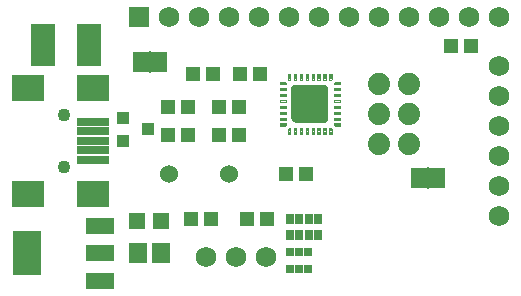
<source format=gts>
G75*
G70*
%OFA0B0*%
%FSLAX24Y24*%
%IPPOS*%
%LPD*%
%AMOC8*
5,1,8,0,0,1.08239X$1,22.5*
%
%ADD10R,0.0513X0.0474*%
%ADD11C,0.0197*%
%ADD12C,0.0040*%
%ADD13R,0.0580X0.0580*%
%ADD14R,0.0434X0.0395*%
%ADD15R,0.0828X0.1419*%
%ADD16R,0.1064X0.0277*%
%ADD17R,0.1064X0.0867*%
%ADD18C,0.0434*%
%ADD19C,0.0600*%
%ADD20R,0.0540X0.0710*%
%ADD21R,0.0060X0.0720*%
%ADD22R,0.0680X0.0680*%
%ADD23C,0.0680*%
%ADD24R,0.0277X0.0316*%
%ADD25R,0.0316X0.0316*%
%ADD26R,0.0277X0.0336*%
%ADD27R,0.0592X0.0671*%
%ADD28C,0.0740*%
%ADD29R,0.0960X0.0560*%
%ADD30R,0.0946X0.1497*%
D10*
X007158Y002930D03*
X007827Y002930D03*
X009033Y002930D03*
X009702Y002930D03*
X010345Y004430D03*
X011015Y004430D03*
X008765Y005755D03*
X008095Y005755D03*
X007065Y005755D03*
X006395Y005755D03*
X006395Y006680D03*
X007065Y006680D03*
X008095Y006680D03*
X008765Y006680D03*
X008814Y007780D03*
X009483Y007780D03*
X007890Y007780D03*
X007220Y007780D03*
X015845Y008705D03*
X016515Y008705D03*
D11*
X011652Y007302D02*
X011652Y006258D01*
X010667Y006258D01*
X010608Y006317D01*
X010608Y007302D01*
X011652Y007302D01*
X011652Y007267D02*
X010608Y007267D01*
X010608Y007072D02*
X011652Y007072D01*
X011652Y006877D02*
X010608Y006877D01*
X010608Y006681D02*
X011652Y006681D01*
X011652Y006486D02*
X010608Y006486D01*
X010635Y006291D02*
X011652Y006291D01*
D12*
X011937Y006282D02*
X012134Y006282D01*
X012134Y006249D02*
X012134Y006327D01*
X011937Y006327D01*
X011937Y006249D01*
X012134Y006249D01*
X012134Y006321D02*
X011937Y006321D01*
X011937Y006130D02*
X012134Y006130D01*
X012134Y006052D01*
X011957Y006052D01*
X011937Y006071D01*
X011937Y006130D01*
X011937Y006128D02*
X012134Y006128D01*
X012134Y006090D02*
X011937Y006090D01*
X011839Y005973D02*
X011780Y005973D01*
X011780Y005776D01*
X011858Y005776D01*
X011858Y005953D01*
X011839Y005973D01*
X011858Y005936D02*
X011780Y005936D01*
X011780Y005897D02*
X011858Y005897D01*
X011858Y005859D02*
X011780Y005859D01*
X011780Y005820D02*
X011858Y005820D01*
X011858Y005782D02*
X011780Y005782D01*
X011661Y005782D02*
X011583Y005782D01*
X011583Y005776D02*
X011661Y005776D01*
X011661Y005973D01*
X011583Y005973D01*
X011583Y005776D01*
X011583Y005820D02*
X011661Y005820D01*
X011661Y005859D02*
X011583Y005859D01*
X011583Y005897D02*
X011661Y005897D01*
X011661Y005936D02*
X011583Y005936D01*
X011465Y005936D02*
X011386Y005936D01*
X011386Y005973D02*
X011465Y005973D01*
X011465Y005776D01*
X011386Y005776D01*
X011386Y005973D01*
X011386Y005897D02*
X011465Y005897D01*
X011465Y005859D02*
X011386Y005859D01*
X011386Y005820D02*
X011465Y005820D01*
X011465Y005782D02*
X011386Y005782D01*
X011268Y005782D02*
X011189Y005782D01*
X011189Y005776D02*
X011268Y005776D01*
X011268Y005973D01*
X011189Y005973D01*
X011189Y005776D01*
X011189Y005820D02*
X011268Y005820D01*
X011268Y005859D02*
X011189Y005859D01*
X011189Y005897D02*
X011268Y005897D01*
X011268Y005936D02*
X011189Y005936D01*
X011071Y005936D02*
X010992Y005936D01*
X010992Y005973D02*
X011071Y005973D01*
X011071Y005776D01*
X010992Y005776D01*
X010992Y005973D01*
X010992Y005897D02*
X011071Y005897D01*
X011071Y005859D02*
X010992Y005859D01*
X010992Y005820D02*
X011071Y005820D01*
X011071Y005782D02*
X010992Y005782D01*
X010874Y005782D02*
X010795Y005782D01*
X010795Y005776D02*
X010874Y005776D01*
X010874Y005973D01*
X010795Y005973D01*
X010795Y005776D01*
X010795Y005820D02*
X010874Y005820D01*
X010874Y005859D02*
X010795Y005859D01*
X010795Y005897D02*
X010874Y005897D01*
X010874Y005936D02*
X010795Y005936D01*
X010677Y005936D02*
X010599Y005936D01*
X010599Y005973D02*
X010677Y005973D01*
X010677Y005776D01*
X010599Y005776D01*
X010599Y005973D01*
X010599Y005897D02*
X010677Y005897D01*
X010677Y005859D02*
X010599Y005859D01*
X010599Y005820D02*
X010677Y005820D01*
X010677Y005782D02*
X010599Y005782D01*
X010480Y005782D02*
X010402Y005782D01*
X010402Y005776D02*
X010480Y005776D01*
X010480Y005973D01*
X010421Y005973D01*
X010402Y005953D01*
X010402Y005776D01*
X010402Y005820D02*
X010480Y005820D01*
X010480Y005859D02*
X010402Y005859D01*
X010402Y005897D02*
X010480Y005897D01*
X010480Y005936D02*
X010402Y005936D01*
X010303Y006052D02*
X010323Y006071D01*
X010323Y006130D01*
X010126Y006130D01*
X010126Y006052D01*
X010303Y006052D01*
X010323Y006090D02*
X010126Y006090D01*
X010126Y006128D02*
X010323Y006128D01*
X010323Y006249D02*
X010126Y006249D01*
X010126Y006327D01*
X010323Y006327D01*
X010323Y006249D01*
X010323Y006282D02*
X010126Y006282D01*
X010126Y006321D02*
X010323Y006321D01*
X010323Y006445D02*
X010126Y006445D01*
X010126Y006524D01*
X010323Y006524D01*
X010323Y006445D01*
X010323Y006475D02*
X010126Y006475D01*
X010126Y006513D02*
X010323Y006513D01*
X010323Y006642D02*
X010126Y006642D01*
X010126Y006721D01*
X010323Y006721D01*
X010323Y006642D01*
X010323Y006667D02*
X010126Y006667D01*
X010126Y006706D02*
X010323Y006706D01*
X010323Y006839D02*
X010126Y006839D01*
X010126Y006918D01*
X010323Y006918D01*
X010323Y006839D01*
X010323Y006860D02*
X010126Y006860D01*
X010126Y006898D02*
X010323Y006898D01*
X010323Y007036D02*
X010126Y007036D01*
X010126Y007115D01*
X010323Y007115D01*
X010323Y007036D01*
X010323Y007052D02*
X010126Y007052D01*
X010126Y007091D02*
X010323Y007091D01*
X010323Y007233D02*
X010126Y007233D01*
X010126Y007311D01*
X010323Y007311D01*
X010323Y007233D01*
X010323Y007245D02*
X010126Y007245D01*
X010126Y007283D02*
X010323Y007283D01*
X010323Y007430D02*
X010126Y007430D01*
X010126Y007508D01*
X010303Y007508D01*
X010323Y007489D01*
X010323Y007430D01*
X010323Y007437D02*
X010126Y007437D01*
X010126Y007476D02*
X010323Y007476D01*
X010421Y007587D02*
X010480Y007587D01*
X010480Y007784D01*
X010402Y007784D01*
X010402Y007607D01*
X010421Y007587D01*
X010417Y007591D02*
X010480Y007591D01*
X010480Y007630D02*
X010402Y007630D01*
X010402Y007668D02*
X010480Y007668D01*
X010480Y007707D02*
X010402Y007707D01*
X010402Y007745D02*
X010480Y007745D01*
X010480Y007784D02*
X010402Y007784D01*
X010599Y007784D02*
X010677Y007784D01*
X010599Y007784D01*
X010599Y007587D01*
X010677Y007587D01*
X010677Y007784D01*
X010677Y007745D02*
X010599Y007745D01*
X010599Y007707D02*
X010677Y007707D01*
X010677Y007668D02*
X010599Y007668D01*
X010599Y007630D02*
X010677Y007630D01*
X010677Y007591D02*
X010599Y007591D01*
X010795Y007591D02*
X010874Y007591D01*
X010874Y007587D02*
X010795Y007587D01*
X010795Y007784D01*
X010874Y007784D01*
X010874Y007587D01*
X010874Y007630D02*
X010795Y007630D01*
X010795Y007668D02*
X010874Y007668D01*
X010874Y007707D02*
X010795Y007707D01*
X010795Y007745D02*
X010874Y007745D01*
X010874Y007784D02*
X010795Y007784D01*
X010992Y007784D02*
X011071Y007784D01*
X010992Y007784D01*
X010992Y007587D01*
X011071Y007587D01*
X011071Y007784D01*
X011071Y007745D02*
X010992Y007745D01*
X010992Y007707D02*
X011071Y007707D01*
X011071Y007668D02*
X010992Y007668D01*
X010992Y007630D02*
X011071Y007630D01*
X011071Y007591D02*
X010992Y007591D01*
X011189Y007591D02*
X011268Y007591D01*
X011268Y007587D02*
X011189Y007587D01*
X011189Y007784D01*
X011268Y007784D01*
X011268Y007587D01*
X011268Y007630D02*
X011189Y007630D01*
X011189Y007668D02*
X011268Y007668D01*
X011268Y007707D02*
X011189Y007707D01*
X011189Y007745D02*
X011268Y007745D01*
X011268Y007784D02*
X011189Y007784D01*
X011386Y007784D02*
X011465Y007784D01*
X011386Y007784D01*
X011386Y007587D01*
X011465Y007587D01*
X011465Y007784D01*
X011465Y007745D02*
X011386Y007745D01*
X011386Y007707D02*
X011465Y007707D01*
X011465Y007668D02*
X011386Y007668D01*
X011386Y007630D02*
X011465Y007630D01*
X011465Y007591D02*
X011386Y007591D01*
X011583Y007591D02*
X011661Y007591D01*
X011661Y007587D02*
X011583Y007587D01*
X011583Y007784D01*
X011661Y007784D01*
X011661Y007587D01*
X011661Y007630D02*
X011583Y007630D01*
X011583Y007668D02*
X011661Y007668D01*
X011661Y007707D02*
X011583Y007707D01*
X011583Y007745D02*
X011661Y007745D01*
X011661Y007784D02*
X011583Y007784D01*
X011780Y007784D02*
X011858Y007784D01*
X011780Y007784D01*
X011780Y007587D01*
X011839Y007587D01*
X011858Y007607D01*
X011858Y007784D01*
X011858Y007745D02*
X011780Y007745D01*
X011780Y007707D02*
X011858Y007707D01*
X011858Y007668D02*
X011780Y007668D01*
X011780Y007630D02*
X011858Y007630D01*
X011843Y007591D02*
X011780Y007591D01*
X011937Y007489D02*
X011937Y007430D01*
X012134Y007430D01*
X012134Y007508D01*
X011957Y007508D01*
X011937Y007489D01*
X011937Y007476D02*
X012134Y007476D01*
X012134Y007437D02*
X011937Y007437D01*
X011937Y007311D02*
X012134Y007311D01*
X012134Y007233D01*
X011937Y007233D01*
X011937Y007311D01*
X011937Y007283D02*
X012134Y007283D01*
X012134Y007245D02*
X011937Y007245D01*
X011937Y007115D02*
X012134Y007115D01*
X012134Y007036D01*
X011937Y007036D01*
X011937Y007115D01*
X011937Y007091D02*
X012134Y007091D01*
X012134Y007052D02*
X011937Y007052D01*
X011937Y006918D02*
X012134Y006918D01*
X012134Y006839D01*
X011937Y006839D01*
X011937Y006918D01*
X011937Y006898D02*
X012134Y006898D01*
X012134Y006860D02*
X011937Y006860D01*
X011937Y006721D02*
X012134Y006721D01*
X012134Y006642D01*
X011937Y006642D01*
X011937Y006721D01*
X011937Y006706D02*
X012134Y006706D01*
X012134Y006667D02*
X011937Y006667D01*
X011937Y006524D02*
X012134Y006524D01*
X012134Y006445D01*
X011937Y006445D01*
X011937Y006524D01*
X011937Y006513D02*
X012134Y006513D01*
X012134Y006475D02*
X011937Y006475D01*
D13*
X006180Y002868D03*
X005380Y002868D03*
D14*
X004911Y005556D03*
X005738Y005930D03*
X004911Y006304D03*
D15*
X003760Y008742D03*
X002225Y008742D03*
D16*
X003914Y006185D03*
X003914Y005870D03*
X003914Y005555D03*
X003914Y005240D03*
X003914Y004925D03*
D17*
X003914Y003783D03*
X001749Y003783D03*
X001749Y007327D03*
X003914Y007327D03*
D18*
X002930Y006421D03*
X002930Y004689D03*
D19*
X006430Y004430D03*
X008430Y004430D03*
D20*
X006105Y008180D03*
X005505Y008180D03*
X014755Y004305D03*
X015355Y004305D03*
D21*
X015055Y004305D03*
X005805Y008180D03*
D22*
X005430Y009680D03*
D23*
X006430Y009680D03*
X007430Y009680D03*
X008430Y009680D03*
X009430Y009680D03*
X010430Y009680D03*
X011430Y009680D03*
X012430Y009680D03*
X013430Y009680D03*
X014430Y009680D03*
X015430Y009680D03*
X016430Y009680D03*
X017430Y009680D03*
X017430Y008055D03*
X017430Y007055D03*
X017430Y006055D03*
X017430Y005055D03*
X017430Y004055D03*
X017430Y003055D03*
X009680Y001680D03*
X008680Y001680D03*
X007680Y001680D03*
D24*
X010478Y001831D03*
X011068Y001831D03*
X011068Y001279D03*
X010478Y001279D03*
D25*
X010773Y001279D03*
X010773Y001831D03*
D26*
X010773Y002414D03*
X011087Y002414D03*
X011402Y002414D03*
X011402Y002946D03*
X011087Y002946D03*
X010773Y002946D03*
X010458Y002946D03*
X010458Y002414D03*
D27*
X006154Y001805D03*
X005406Y001805D03*
D28*
X013430Y005430D03*
X014430Y005430D03*
X014430Y006430D03*
X013430Y006430D03*
X013430Y007430D03*
X014430Y007430D03*
D29*
X004150Y002715D03*
X004150Y001805D03*
X004150Y000895D03*
D30*
X001710Y001805D03*
M02*

</source>
